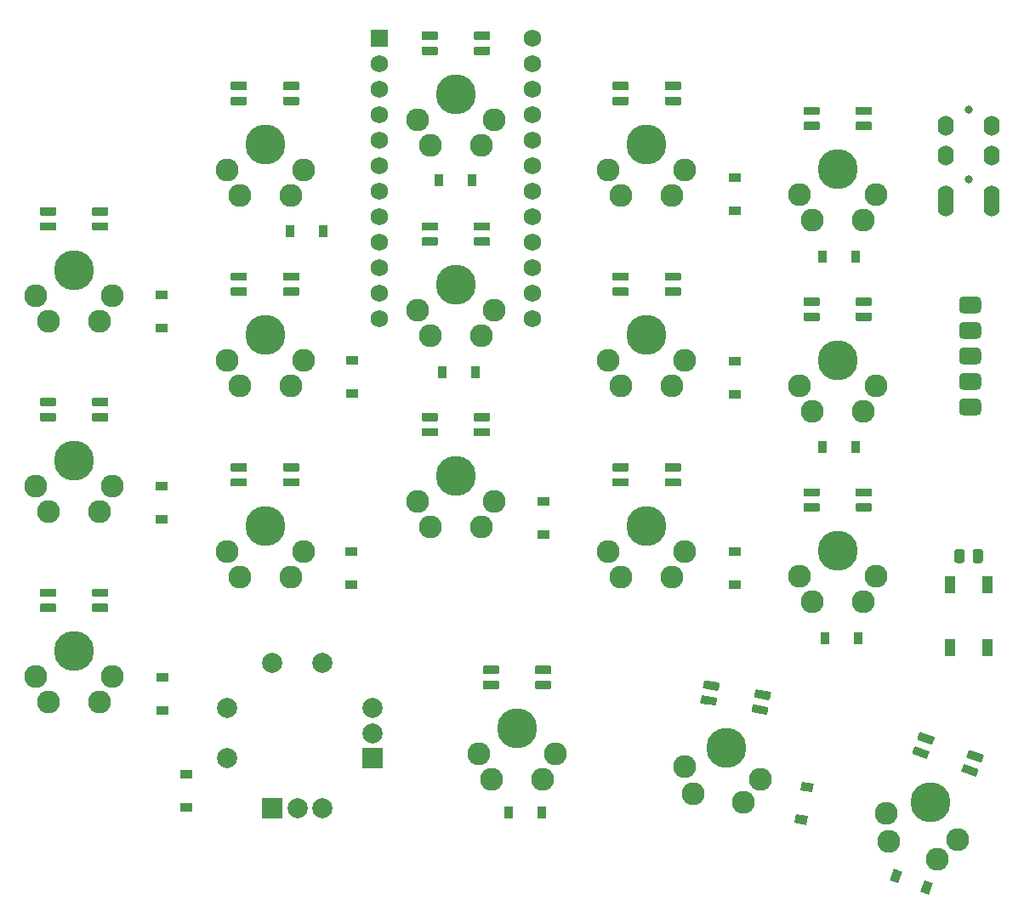
<source format=gbr>
%TF.GenerationSoftware,KiCad,Pcbnew,(5.1.10)-1*%
%TF.CreationDate,2021-11-02T14:07:56-07:00*%
%TF.ProjectId,babykeeb,62616279-6b65-4656-922e-6b696361645f,rev?*%
%TF.SameCoordinates,Original*%
%TF.FileFunction,Soldermask,Bot*%
%TF.FilePolarity,Negative*%
%FSLAX46Y46*%
G04 Gerber Fmt 4.6, Leading zero omitted, Abs format (unit mm)*
G04 Created by KiCad (PCBNEW (5.1.10)-1) date 2021-11-02 14:07:56*
%MOMM*%
%LPD*%
G01*
G04 APERTURE LIST*
%ADD10R,2.000000X2.000000*%
%ADD11C,2.000000*%
%ADD12R,1.100000X1.800000*%
%ADD13C,2.286000*%
%ADD14C,3.987800*%
%ADD15O,1.600000X2.000000*%
%ADD16C,0.800000*%
%ADD17R,0.900000X1.200000*%
%ADD18C,1.752600*%
%ADD19R,1.752600X1.752600*%
%ADD20R,1.200000X0.900000*%
%ADD21C,0.100000*%
G04 APERTURE END LIST*
D10*
%TO.C,SW7*%
X80741593Y-111693404D03*
D11*
X83241593Y-111693404D03*
X85741593Y-111693404D03*
X80741593Y-97193404D03*
X85741593Y-97193404D03*
%TD*%
D12*
%TO.C,SW8*%
X151893593Y-89434804D03*
X148193593Y-95634804D03*
X148193593Y-89434804D03*
X151893593Y-95634804D03*
%TD*%
%TO.C,R1*%
G36*
G01*
X150443593Y-86990405D02*
X150443593Y-86090403D01*
G75*
G02*
X150693592Y-85840404I249999J0D01*
G01*
X151218594Y-85840404D01*
G75*
G02*
X151468593Y-86090403I0J-249999D01*
G01*
X151468593Y-86990405D01*
G75*
G02*
X151218594Y-87240404I-249999J0D01*
G01*
X150693592Y-87240404D01*
G75*
G02*
X150443593Y-86990405I0J249999D01*
G01*
G37*
G36*
G01*
X148618593Y-86990405D02*
X148618593Y-86090403D01*
G75*
G02*
X148868592Y-85840404I249999J0D01*
G01*
X149393594Y-85840404D01*
G75*
G02*
X149643593Y-86090403I0J-249999D01*
G01*
X149643593Y-86990405D01*
G75*
G02*
X149393594Y-87240404I-249999J0D01*
G01*
X148868592Y-87240404D01*
G75*
G02*
X148618593Y-86990405I0J249999D01*
G01*
G37*
%TD*%
D10*
%TO.C,SW42*%
X90741593Y-106693404D03*
D11*
X90741593Y-104193404D03*
X90741593Y-101693404D03*
X76241593Y-106693404D03*
X76241593Y-101693404D03*
%TD*%
%TO.C,D48*%
G36*
G01*
X97115587Y-35106489D02*
X95679587Y-35106489D01*
G75*
G02*
X95597587Y-35024489I0J82000D01*
G01*
X95597587Y-34368489D01*
G75*
G02*
X95679587Y-34286489I82000J0D01*
G01*
X97115587Y-34286489D01*
G75*
G02*
X97197587Y-34368489I0J-82000D01*
G01*
X97197587Y-35024489D01*
G75*
G02*
X97115587Y-35106489I-82000J0D01*
G01*
G37*
G36*
G01*
X97115587Y-36606489D02*
X95679587Y-36606489D01*
G75*
G02*
X95597587Y-36524489I0J82000D01*
G01*
X95597587Y-35868489D01*
G75*
G02*
X95679587Y-35786489I82000J0D01*
G01*
X97115587Y-35786489D01*
G75*
G02*
X97197587Y-35868489I0J-82000D01*
G01*
X97197587Y-36524489D01*
G75*
G02*
X97115587Y-36606489I-82000J0D01*
G01*
G37*
G36*
G01*
X102315587Y-35106489D02*
X100879587Y-35106489D01*
G75*
G02*
X100797587Y-35024489I0J82000D01*
G01*
X100797587Y-34368489D01*
G75*
G02*
X100879587Y-34286489I82000J0D01*
G01*
X102315587Y-34286489D01*
G75*
G02*
X102397587Y-34368489I0J-82000D01*
G01*
X102397587Y-35024489D01*
G75*
G02*
X102315587Y-35106489I-82000J0D01*
G01*
G37*
G36*
G01*
X102315587Y-36606489D02*
X100879587Y-36606489D01*
G75*
G02*
X100797587Y-36524489I0J82000D01*
G01*
X100797587Y-35868489D01*
G75*
G02*
X100879587Y-35786489I82000J0D01*
G01*
X102315587Y-35786489D01*
G75*
G02*
X102397587Y-35868489I0J-82000D01*
G01*
X102397587Y-36524489D01*
G75*
G02*
X102315587Y-36606489I-82000J0D01*
G01*
G37*
%TD*%
D13*
%TO.C,SW35*%
X148959613Y-114765872D03*
D14*
X146248115Y-111075956D03*
D13*
X142123833Y-114980863D03*
X146897472Y-116718326D03*
X141799155Y-112159679D03*
%TD*%
%TO.C,SW34*%
X129274725Y-108803767D03*
D14*
X125963674Y-105640756D03*
D13*
X122580130Y-110202513D03*
X127582953Y-111084646D03*
X121770490Y-107480568D03*
%TD*%
%TO.C,SW25*%
X140807585Y-88566487D03*
D14*
X136997585Y-86026487D03*
D13*
X134457585Y-91106487D03*
X139537585Y-91106487D03*
X133187585Y-88566487D03*
%TD*%
%TO.C,SW24*%
X121807586Y-86066487D03*
D14*
X117997586Y-83526487D03*
D13*
X115457586Y-88606487D03*
X120537586Y-88606487D03*
X114187586Y-86066487D03*
%TD*%
%TO.C,SW23*%
X102807586Y-81066487D03*
D14*
X98997586Y-78526487D03*
D13*
X96457586Y-83606487D03*
X101537586Y-83606487D03*
X95187586Y-81066487D03*
%TD*%
%TO.C,SW22*%
X83807587Y-86066486D03*
D14*
X79997587Y-83526486D03*
D13*
X77457587Y-88606486D03*
X82537587Y-88606486D03*
X76187587Y-86066486D03*
%TD*%
%TO.C,SW21*%
X64807588Y-98566485D03*
D14*
X60997588Y-96026485D03*
D13*
X58457588Y-101106485D03*
X63537588Y-101106485D03*
X57187588Y-98566485D03*
%TD*%
%TO.C,SW15*%
X140807585Y-69566488D03*
D14*
X136997585Y-67026488D03*
D13*
X134457585Y-72106488D03*
X139537585Y-72106488D03*
X133187585Y-69566488D03*
%TD*%
%TO.C,SW14*%
X121807586Y-67066487D03*
D14*
X117997586Y-64526487D03*
D13*
X115457586Y-69606487D03*
X120537586Y-69606487D03*
X114187586Y-67066487D03*
%TD*%
%TO.C,SW13*%
X102807587Y-62066487D03*
D14*
X98997587Y-59526487D03*
D13*
X96457587Y-64606487D03*
X101537587Y-64606487D03*
X95187587Y-62066487D03*
%TD*%
%TO.C,SW12*%
X83807588Y-67066487D03*
D14*
X79997588Y-64526487D03*
D13*
X77457588Y-69606487D03*
X82537588Y-69606487D03*
X76187588Y-67066487D03*
%TD*%
%TO.C,SW11*%
X64807589Y-79566486D03*
D14*
X60997589Y-77026486D03*
D13*
X58457589Y-82106486D03*
X63537589Y-82106486D03*
X57187589Y-79566486D03*
%TD*%
%TO.C,SW6*%
X108888593Y-106254404D03*
D14*
X105078593Y-103714404D03*
D13*
X102538593Y-108794404D03*
X107618593Y-108794404D03*
X101268593Y-106254404D03*
%TD*%
%TO.C,SW5*%
X140807585Y-50566489D03*
D14*
X136997585Y-48026489D03*
D13*
X134457585Y-53106489D03*
X139537585Y-53106489D03*
X133187585Y-50566489D03*
%TD*%
%TO.C,SW4*%
X121807586Y-48066488D03*
D14*
X117997586Y-45526488D03*
D13*
X115457586Y-50606488D03*
X120537586Y-50606488D03*
X114187586Y-48066488D03*
%TD*%
%TO.C,SW3*%
X102807587Y-43066488D03*
D14*
X98997587Y-40526488D03*
D13*
X96457587Y-45606488D03*
X101537587Y-45606488D03*
X95187587Y-43066488D03*
%TD*%
%TO.C,SW2*%
X83807588Y-48066488D03*
D14*
X79997588Y-45526488D03*
D13*
X77457588Y-50606488D03*
X82537588Y-50606488D03*
X76187588Y-48066488D03*
%TD*%
%TO.C,SW1*%
X64807589Y-60566487D03*
D14*
X60997589Y-58026487D03*
D13*
X58457589Y-63106487D03*
X63537589Y-63106487D03*
X57187589Y-60566487D03*
%TD*%
%TO.C,J1*%
G36*
G01*
X151289593Y-61096404D02*
X151289593Y-61946404D01*
G75*
G02*
X150864593Y-62371404I-425000J0D01*
G01*
X149514593Y-62371404D01*
G75*
G02*
X149089593Y-61946404I0J425000D01*
G01*
X149089593Y-61096404D01*
G75*
G02*
X149514593Y-60671404I425000J0D01*
G01*
X150864593Y-60671404D01*
G75*
G02*
X151289593Y-61096404I0J-425000D01*
G01*
G37*
G36*
G01*
X150864593Y-64911404D02*
X149514593Y-64911404D01*
G75*
G02*
X149089593Y-64486404I0J425000D01*
G01*
X149089593Y-63636404D01*
G75*
G02*
X149514593Y-63211404I425000J0D01*
G01*
X150864593Y-63211404D01*
G75*
G02*
X151289593Y-63636404I0J-425000D01*
G01*
X151289593Y-64486404D01*
G75*
G02*
X150864593Y-64911404I-425000J0D01*
G01*
G37*
G36*
G01*
X150864593Y-67451404D02*
X149514593Y-67451404D01*
G75*
G02*
X149089593Y-67026404I0J425000D01*
G01*
X149089593Y-66176404D01*
G75*
G02*
X149514593Y-65751404I425000J0D01*
G01*
X150864593Y-65751404D01*
G75*
G02*
X151289593Y-66176404I0J-425000D01*
G01*
X151289593Y-67026404D01*
G75*
G02*
X150864593Y-67451404I-425000J0D01*
G01*
G37*
G36*
G01*
X150864593Y-69991404D02*
X149514593Y-69991404D01*
G75*
G02*
X149089593Y-69566404I0J425000D01*
G01*
X149089593Y-68716404D01*
G75*
G02*
X149514593Y-68291404I425000J0D01*
G01*
X150864593Y-68291404D01*
G75*
G02*
X151289593Y-68716404I0J-425000D01*
G01*
X151289593Y-69566404D01*
G75*
G02*
X150864593Y-69991404I-425000J0D01*
G01*
G37*
G36*
G01*
X150864593Y-72531404D02*
X149514593Y-72531404D01*
G75*
G02*
X149089593Y-72106404I0J425000D01*
G01*
X149089593Y-71256404D01*
G75*
G02*
X149514593Y-70831404I425000J0D01*
G01*
X150864593Y-70831404D01*
G75*
G02*
X151289593Y-71256404I0J-425000D01*
G01*
X151289593Y-72106404D01*
G75*
G02*
X150864593Y-72531404I-425000J0D01*
G01*
G37*
%TD*%
D15*
%TO.C,U4*%
X147743593Y-46639404D03*
D16*
X150043593Y-42039404D03*
X150043593Y-49039404D03*
D15*
X147743593Y-43639404D03*
X147743593Y-50639404D03*
X152343593Y-51739404D03*
%TD*%
%TO.C,U3*%
X152343593Y-46639404D03*
D16*
X150043593Y-42039404D03*
X150043593Y-49039404D03*
D15*
X152343593Y-43639404D03*
X152343593Y-50639404D03*
X147743593Y-51739404D03*
%TD*%
%TO.C,D51*%
G36*
G01*
X116115586Y-78106488D02*
X114679586Y-78106488D01*
G75*
G02*
X114597586Y-78024488I0J82000D01*
G01*
X114597586Y-77368488D01*
G75*
G02*
X114679586Y-77286488I82000J0D01*
G01*
X116115586Y-77286488D01*
G75*
G02*
X116197586Y-77368488I0J-82000D01*
G01*
X116197586Y-78024488D01*
G75*
G02*
X116115586Y-78106488I-82000J0D01*
G01*
G37*
G36*
G01*
X116115586Y-79606488D02*
X114679586Y-79606488D01*
G75*
G02*
X114597586Y-79524488I0J82000D01*
G01*
X114597586Y-78868488D01*
G75*
G02*
X114679586Y-78786488I82000J0D01*
G01*
X116115586Y-78786488D01*
G75*
G02*
X116197586Y-78868488I0J-82000D01*
G01*
X116197586Y-79524488D01*
G75*
G02*
X116115586Y-79606488I-82000J0D01*
G01*
G37*
G36*
G01*
X121315586Y-78106488D02*
X119879586Y-78106488D01*
G75*
G02*
X119797586Y-78024488I0J82000D01*
G01*
X119797586Y-77368488D01*
G75*
G02*
X119879586Y-77286488I82000J0D01*
G01*
X121315586Y-77286488D01*
G75*
G02*
X121397586Y-77368488I0J-82000D01*
G01*
X121397586Y-78024488D01*
G75*
G02*
X121315586Y-78106488I-82000J0D01*
G01*
G37*
G36*
G01*
X121315586Y-79606488D02*
X119879586Y-79606488D01*
G75*
G02*
X119797586Y-79524488I0J82000D01*
G01*
X119797586Y-78868488D01*
G75*
G02*
X119879586Y-78786488I82000J0D01*
G01*
X121315586Y-78786488D01*
G75*
G02*
X121397586Y-78868488I0J-82000D01*
G01*
X121397586Y-79524488D01*
G75*
G02*
X121315586Y-79606488I-82000J0D01*
G01*
G37*
%TD*%
D17*
%TO.C,D6*%
X107522993Y-112118204D03*
X104222993Y-112118204D03*
%TD*%
D18*
%TO.C,U1*%
X106609593Y-34978404D03*
X91369593Y-62918404D03*
X106609593Y-37518404D03*
X106609593Y-40058404D03*
X106609593Y-42598404D03*
X106609593Y-45138404D03*
X106609593Y-47678404D03*
X106609593Y-50218404D03*
X106609593Y-52758404D03*
X106609593Y-55298404D03*
X106609593Y-57838404D03*
X106609593Y-60378404D03*
X106609593Y-62918404D03*
X91369593Y-60378404D03*
X91369593Y-57838404D03*
X91369593Y-55298404D03*
X91369593Y-52758404D03*
X91369593Y-50218404D03*
X91369593Y-47678404D03*
X91369593Y-45138404D03*
X91369593Y-42598404D03*
X91369593Y-40058404D03*
X91369593Y-37518404D03*
D19*
X91369593Y-34978404D03*
%TD*%
%TO.C,D59*%
G36*
G01*
X125051439Y-99976293D02*
X123637255Y-99726935D01*
G75*
G02*
X123570740Y-99631942I14239J80754D01*
G01*
X123684654Y-98985908D01*
G75*
G02*
X123779647Y-98919393I80754J-14239D01*
G01*
X125193831Y-99168751D01*
G75*
G02*
X125260346Y-99263744I-14239J-80754D01*
G01*
X125146432Y-99909778D01*
G75*
G02*
X125051439Y-99976293I-80754J14239D01*
G01*
G37*
G36*
G01*
X124790966Y-101453504D02*
X123376782Y-101204146D01*
G75*
G02*
X123310267Y-101109153I14239J80754D01*
G01*
X123424181Y-100463119D01*
G75*
G02*
X123519174Y-100396604I80754J-14239D01*
G01*
X124933358Y-100645962D01*
G75*
G02*
X124999873Y-100740955I-14239J-80754D01*
G01*
X124885959Y-101386989D01*
G75*
G02*
X124790966Y-101453504I-80754J14239D01*
G01*
G37*
G36*
G01*
X130172439Y-100879263D02*
X128758255Y-100629905D01*
G75*
G02*
X128691740Y-100534912I14239J80754D01*
G01*
X128805654Y-99888878D01*
G75*
G02*
X128900647Y-99822363I80754J-14239D01*
G01*
X130314831Y-100071721D01*
G75*
G02*
X130381346Y-100166714I-14239J-80754D01*
G01*
X130267432Y-100812748D01*
G75*
G02*
X130172439Y-100879263I-80754J14239D01*
G01*
G37*
G36*
G01*
X129911967Y-102356475D02*
X128497783Y-102107117D01*
G75*
G02*
X128431268Y-102012124I14239J80754D01*
G01*
X128545182Y-101366090D01*
G75*
G02*
X128640175Y-101299575I80754J-14239D01*
G01*
X130054359Y-101548933D01*
G75*
G02*
X130120874Y-101643926I-14239J-80754D01*
G01*
X130006960Y-102289960D01*
G75*
G02*
X129911967Y-102356475I-80754J14239D01*
G01*
G37*
%TD*%
%TO.C,D57*%
G36*
G01*
X103196593Y-98294405D02*
X101760593Y-98294405D01*
G75*
G02*
X101678593Y-98212405I0J82000D01*
G01*
X101678593Y-97556405D01*
G75*
G02*
X101760593Y-97474405I82000J0D01*
G01*
X103196593Y-97474405D01*
G75*
G02*
X103278593Y-97556405I0J-82000D01*
G01*
X103278593Y-98212405D01*
G75*
G02*
X103196593Y-98294405I-82000J0D01*
G01*
G37*
G36*
G01*
X103196593Y-99794405D02*
X101760593Y-99794405D01*
G75*
G02*
X101678593Y-99712405I0J82000D01*
G01*
X101678593Y-99056405D01*
G75*
G02*
X101760593Y-98974405I82000J0D01*
G01*
X103196593Y-98974405D01*
G75*
G02*
X103278593Y-99056405I0J-82000D01*
G01*
X103278593Y-99712405D01*
G75*
G02*
X103196593Y-99794405I-82000J0D01*
G01*
G37*
G36*
G01*
X108396593Y-98294405D02*
X106960593Y-98294405D01*
G75*
G02*
X106878593Y-98212405I0J82000D01*
G01*
X106878593Y-97556405D01*
G75*
G02*
X106960593Y-97474405I82000J0D01*
G01*
X108396593Y-97474405D01*
G75*
G02*
X108478593Y-97556405I0J-82000D01*
G01*
X108478593Y-98212405D01*
G75*
G02*
X108396593Y-98294405I-82000J0D01*
G01*
G37*
G36*
G01*
X108396593Y-99794405D02*
X106960593Y-99794405D01*
G75*
G02*
X106878593Y-99712405I0J82000D01*
G01*
X106878593Y-99056405D01*
G75*
G02*
X106960593Y-98974405I82000J0D01*
G01*
X108396593Y-98974405D01*
G75*
G02*
X108478593Y-99056405I0J-82000D01*
G01*
X108478593Y-99712405D01*
G75*
G02*
X108396593Y-99794405I-82000J0D01*
G01*
G37*
%TD*%
%TO.C,D60*%
G36*
G01*
X146333362Y-105339142D02*
X144983963Y-104848001D01*
G75*
G02*
X144934954Y-104742900I28046J77055D01*
G01*
X145159319Y-104126461D01*
G75*
G02*
X145264420Y-104077452I77055J-28046D01*
G01*
X146613819Y-104568593D01*
G75*
G02*
X146662828Y-104673694I-28046J-77055D01*
G01*
X146438463Y-105290133D01*
G75*
G02*
X146333362Y-105339142I-77055J28046D01*
G01*
G37*
G36*
G01*
X145820332Y-106748681D02*
X144470933Y-106257540D01*
G75*
G02*
X144421924Y-106152439I28046J77055D01*
G01*
X144646289Y-105536000D01*
G75*
G02*
X144751390Y-105486991I77055J-28046D01*
G01*
X146100789Y-105978132D01*
G75*
G02*
X146149798Y-106083233I-28046J-77055D01*
G01*
X145925433Y-106699672D01*
G75*
G02*
X145820332Y-106748681I-77055J28046D01*
G01*
G37*
G36*
G01*
X151219764Y-107117646D02*
X149870365Y-106626505D01*
G75*
G02*
X149821356Y-106521404I28046J77055D01*
G01*
X150045721Y-105904965D01*
G75*
G02*
X150150822Y-105855956I77055J-28046D01*
G01*
X151500221Y-106347097D01*
G75*
G02*
X151549230Y-106452198I-28046J-77055D01*
G01*
X151324865Y-107068637D01*
G75*
G02*
X151219764Y-107117646I-77055J28046D01*
G01*
G37*
G36*
G01*
X150706734Y-108527185D02*
X149357335Y-108036044D01*
G75*
G02*
X149308326Y-107930943I28046J77055D01*
G01*
X149532691Y-107314504D01*
G75*
G02*
X149637792Y-107265495I77055J-28046D01*
G01*
X150987191Y-107756636D01*
G75*
G02*
X151036200Y-107861737I-28046J-77055D01*
G01*
X150811835Y-108478176D01*
G75*
G02*
X150706734Y-108527185I-77055J28046D01*
G01*
G37*
%TD*%
%TO.C,D56*%
G36*
G01*
X135115585Y-80606488D02*
X133679585Y-80606488D01*
G75*
G02*
X133597585Y-80524488I0J82000D01*
G01*
X133597585Y-79868488D01*
G75*
G02*
X133679585Y-79786488I82000J0D01*
G01*
X135115585Y-79786488D01*
G75*
G02*
X135197585Y-79868488I0J-82000D01*
G01*
X135197585Y-80524488D01*
G75*
G02*
X135115585Y-80606488I-82000J0D01*
G01*
G37*
G36*
G01*
X135115585Y-82106488D02*
X133679585Y-82106488D01*
G75*
G02*
X133597585Y-82024488I0J82000D01*
G01*
X133597585Y-81368488D01*
G75*
G02*
X133679585Y-81286488I82000J0D01*
G01*
X135115585Y-81286488D01*
G75*
G02*
X135197585Y-81368488I0J-82000D01*
G01*
X135197585Y-82024488D01*
G75*
G02*
X135115585Y-82106488I-82000J0D01*
G01*
G37*
G36*
G01*
X140315585Y-80606488D02*
X138879585Y-80606488D01*
G75*
G02*
X138797585Y-80524488I0J82000D01*
G01*
X138797585Y-79868488D01*
G75*
G02*
X138879585Y-79786488I82000J0D01*
G01*
X140315585Y-79786488D01*
G75*
G02*
X140397585Y-79868488I0J-82000D01*
G01*
X140397585Y-80524488D01*
G75*
G02*
X140315585Y-80606488I-82000J0D01*
G01*
G37*
G36*
G01*
X140315585Y-82106488D02*
X138879585Y-82106488D01*
G75*
G02*
X138797585Y-82024488I0J82000D01*
G01*
X138797585Y-81368488D01*
G75*
G02*
X138879585Y-81286488I82000J0D01*
G01*
X140315585Y-81286488D01*
G75*
G02*
X140397585Y-81368488I0J-82000D01*
G01*
X140397585Y-82024488D01*
G75*
G02*
X140315585Y-82106488I-82000J0D01*
G01*
G37*
%TD*%
D20*
%TO.C,D81*%
X72192593Y-108258404D03*
X72192593Y-111558404D03*
%TD*%
%TO.C,D45*%
G36*
G01*
X78115587Y-78106487D02*
X76679587Y-78106487D01*
G75*
G02*
X76597587Y-78024487I0J82000D01*
G01*
X76597587Y-77368487D01*
G75*
G02*
X76679587Y-77286487I82000J0D01*
G01*
X78115587Y-77286487D01*
G75*
G02*
X78197587Y-77368487I0J-82000D01*
G01*
X78197587Y-78024487D01*
G75*
G02*
X78115587Y-78106487I-82000J0D01*
G01*
G37*
G36*
G01*
X78115587Y-79606487D02*
X76679587Y-79606487D01*
G75*
G02*
X76597587Y-79524487I0J82000D01*
G01*
X76597587Y-78868487D01*
G75*
G02*
X76679587Y-78786487I82000J0D01*
G01*
X78115587Y-78786487D01*
G75*
G02*
X78197587Y-78868487I0J-82000D01*
G01*
X78197587Y-79524487D01*
G75*
G02*
X78115587Y-79606487I-82000J0D01*
G01*
G37*
G36*
G01*
X83315587Y-78106487D02*
X81879587Y-78106487D01*
G75*
G02*
X81797587Y-78024487I0J82000D01*
G01*
X81797587Y-77368487D01*
G75*
G02*
X81879587Y-77286487I82000J0D01*
G01*
X83315587Y-77286487D01*
G75*
G02*
X83397587Y-77368487I0J-82000D01*
G01*
X83397587Y-78024487D01*
G75*
G02*
X83315587Y-78106487I-82000J0D01*
G01*
G37*
G36*
G01*
X83315587Y-79606487D02*
X81879587Y-79606487D01*
G75*
G02*
X81797587Y-79524487I0J82000D01*
G01*
X81797587Y-78868487D01*
G75*
G02*
X81879587Y-78786487I82000J0D01*
G01*
X83315587Y-78786487D01*
G75*
G02*
X83397587Y-78868487I0J-82000D01*
G01*
X83397587Y-79524487D01*
G75*
G02*
X83315587Y-79606487I-82000J0D01*
G01*
G37*
%TD*%
%TO.C,D53*%
G36*
G01*
X116115586Y-40106489D02*
X114679586Y-40106489D01*
G75*
G02*
X114597586Y-40024489I0J82000D01*
G01*
X114597586Y-39368489D01*
G75*
G02*
X114679586Y-39286489I82000J0D01*
G01*
X116115586Y-39286489D01*
G75*
G02*
X116197586Y-39368489I0J-82000D01*
G01*
X116197586Y-40024489D01*
G75*
G02*
X116115586Y-40106489I-82000J0D01*
G01*
G37*
G36*
G01*
X116115586Y-41606489D02*
X114679586Y-41606489D01*
G75*
G02*
X114597586Y-41524489I0J82000D01*
G01*
X114597586Y-40868489D01*
G75*
G02*
X114679586Y-40786489I82000J0D01*
G01*
X116115586Y-40786489D01*
G75*
G02*
X116197586Y-40868489I0J-82000D01*
G01*
X116197586Y-41524489D01*
G75*
G02*
X116115586Y-41606489I-82000J0D01*
G01*
G37*
G36*
G01*
X121315586Y-40106489D02*
X119879586Y-40106489D01*
G75*
G02*
X119797586Y-40024489I0J82000D01*
G01*
X119797586Y-39368489D01*
G75*
G02*
X119879586Y-39286489I82000J0D01*
G01*
X121315586Y-39286489D01*
G75*
G02*
X121397586Y-39368489I0J-82000D01*
G01*
X121397586Y-40024489D01*
G75*
G02*
X121315586Y-40106489I-82000J0D01*
G01*
G37*
G36*
G01*
X121315586Y-41606489D02*
X119879586Y-41606489D01*
G75*
G02*
X119797586Y-41524489I0J82000D01*
G01*
X119797586Y-40868489D01*
G75*
G02*
X119879586Y-40786489I82000J0D01*
G01*
X121315586Y-40786489D01*
G75*
G02*
X121397586Y-40868489I0J-82000D01*
G01*
X121397586Y-41524489D01*
G75*
G02*
X121315586Y-41606489I-82000J0D01*
G01*
G37*
%TD*%
%TO.C,D52*%
G36*
G01*
X116115586Y-59106488D02*
X114679586Y-59106488D01*
G75*
G02*
X114597586Y-59024488I0J82000D01*
G01*
X114597586Y-58368488D01*
G75*
G02*
X114679586Y-58286488I82000J0D01*
G01*
X116115586Y-58286488D01*
G75*
G02*
X116197586Y-58368488I0J-82000D01*
G01*
X116197586Y-59024488D01*
G75*
G02*
X116115586Y-59106488I-82000J0D01*
G01*
G37*
G36*
G01*
X116115586Y-60606488D02*
X114679586Y-60606488D01*
G75*
G02*
X114597586Y-60524488I0J82000D01*
G01*
X114597586Y-59868488D01*
G75*
G02*
X114679586Y-59786488I82000J0D01*
G01*
X116115586Y-59786488D01*
G75*
G02*
X116197586Y-59868488I0J-82000D01*
G01*
X116197586Y-60524488D01*
G75*
G02*
X116115586Y-60606488I-82000J0D01*
G01*
G37*
G36*
G01*
X121315586Y-59106488D02*
X119879586Y-59106488D01*
G75*
G02*
X119797586Y-59024488I0J82000D01*
G01*
X119797586Y-58368488D01*
G75*
G02*
X119879586Y-58286488I82000J0D01*
G01*
X121315586Y-58286488D01*
G75*
G02*
X121397586Y-58368488I0J-82000D01*
G01*
X121397586Y-59024488D01*
G75*
G02*
X121315586Y-59106488I-82000J0D01*
G01*
G37*
G36*
G01*
X121315586Y-60606488D02*
X119879586Y-60606488D01*
G75*
G02*
X119797586Y-60524488I0J82000D01*
G01*
X119797586Y-59868488D01*
G75*
G02*
X119879586Y-59786488I82000J0D01*
G01*
X121315586Y-59786488D01*
G75*
G02*
X121397586Y-59868488I0J-82000D01*
G01*
X121397586Y-60524488D01*
G75*
G02*
X121315586Y-60606488I-82000J0D01*
G01*
G37*
%TD*%
%TO.C,D54*%
G36*
G01*
X135115585Y-42606490D02*
X133679585Y-42606490D01*
G75*
G02*
X133597585Y-42524490I0J82000D01*
G01*
X133597585Y-41868490D01*
G75*
G02*
X133679585Y-41786490I82000J0D01*
G01*
X135115585Y-41786490D01*
G75*
G02*
X135197585Y-41868490I0J-82000D01*
G01*
X135197585Y-42524490D01*
G75*
G02*
X135115585Y-42606490I-82000J0D01*
G01*
G37*
G36*
G01*
X135115585Y-44106490D02*
X133679585Y-44106490D01*
G75*
G02*
X133597585Y-44024490I0J82000D01*
G01*
X133597585Y-43368490D01*
G75*
G02*
X133679585Y-43286490I82000J0D01*
G01*
X135115585Y-43286490D01*
G75*
G02*
X135197585Y-43368490I0J-82000D01*
G01*
X135197585Y-44024490D01*
G75*
G02*
X135115585Y-44106490I-82000J0D01*
G01*
G37*
G36*
G01*
X140315585Y-42606490D02*
X138879585Y-42606490D01*
G75*
G02*
X138797585Y-42524490I0J82000D01*
G01*
X138797585Y-41868490D01*
G75*
G02*
X138879585Y-41786490I82000J0D01*
G01*
X140315585Y-41786490D01*
G75*
G02*
X140397585Y-41868490I0J-82000D01*
G01*
X140397585Y-42524490D01*
G75*
G02*
X140315585Y-42606490I-82000J0D01*
G01*
G37*
G36*
G01*
X140315585Y-44106490D02*
X138879585Y-44106490D01*
G75*
G02*
X138797585Y-44024490I0J82000D01*
G01*
X138797585Y-43368490D01*
G75*
G02*
X138879585Y-43286490I82000J0D01*
G01*
X140315585Y-43286490D01*
G75*
G02*
X140397585Y-43368490I0J-82000D01*
G01*
X140397585Y-44024490D01*
G75*
G02*
X140315585Y-44106490I-82000J0D01*
G01*
G37*
%TD*%
%TO.C,D50*%
G36*
G01*
X97115586Y-73106488D02*
X95679586Y-73106488D01*
G75*
G02*
X95597586Y-73024488I0J82000D01*
G01*
X95597586Y-72368488D01*
G75*
G02*
X95679586Y-72286488I82000J0D01*
G01*
X97115586Y-72286488D01*
G75*
G02*
X97197586Y-72368488I0J-82000D01*
G01*
X97197586Y-73024488D01*
G75*
G02*
X97115586Y-73106488I-82000J0D01*
G01*
G37*
G36*
G01*
X97115586Y-74606488D02*
X95679586Y-74606488D01*
G75*
G02*
X95597586Y-74524488I0J82000D01*
G01*
X95597586Y-73868488D01*
G75*
G02*
X95679586Y-73786488I82000J0D01*
G01*
X97115586Y-73786488D01*
G75*
G02*
X97197586Y-73868488I0J-82000D01*
G01*
X97197586Y-74524488D01*
G75*
G02*
X97115586Y-74606488I-82000J0D01*
G01*
G37*
G36*
G01*
X102315586Y-73106488D02*
X100879586Y-73106488D01*
G75*
G02*
X100797586Y-73024488I0J82000D01*
G01*
X100797586Y-72368488D01*
G75*
G02*
X100879586Y-72286488I82000J0D01*
G01*
X102315586Y-72286488D01*
G75*
G02*
X102397586Y-72368488I0J-82000D01*
G01*
X102397586Y-73024488D01*
G75*
G02*
X102315586Y-73106488I-82000J0D01*
G01*
G37*
G36*
G01*
X102315586Y-74606488D02*
X100879586Y-74606488D01*
G75*
G02*
X100797586Y-74524488I0J82000D01*
G01*
X100797586Y-73868488D01*
G75*
G02*
X100879586Y-73786488I82000J0D01*
G01*
X102315586Y-73786488D01*
G75*
G02*
X102397586Y-73868488I0J-82000D01*
G01*
X102397586Y-74524488D01*
G75*
G02*
X102315586Y-74606488I-82000J0D01*
G01*
G37*
%TD*%
%TO.C,D43*%
G36*
G01*
X59115588Y-90606486D02*
X57679588Y-90606486D01*
G75*
G02*
X57597588Y-90524486I0J82000D01*
G01*
X57597588Y-89868486D01*
G75*
G02*
X57679588Y-89786486I82000J0D01*
G01*
X59115588Y-89786486D01*
G75*
G02*
X59197588Y-89868486I0J-82000D01*
G01*
X59197588Y-90524486D01*
G75*
G02*
X59115588Y-90606486I-82000J0D01*
G01*
G37*
G36*
G01*
X59115588Y-92106486D02*
X57679588Y-92106486D01*
G75*
G02*
X57597588Y-92024486I0J82000D01*
G01*
X57597588Y-91368486D01*
G75*
G02*
X57679588Y-91286486I82000J0D01*
G01*
X59115588Y-91286486D01*
G75*
G02*
X59197588Y-91368486I0J-82000D01*
G01*
X59197588Y-92024486D01*
G75*
G02*
X59115588Y-92106486I-82000J0D01*
G01*
G37*
G36*
G01*
X64315588Y-90606486D02*
X62879588Y-90606486D01*
G75*
G02*
X62797588Y-90524486I0J82000D01*
G01*
X62797588Y-89868486D01*
G75*
G02*
X62879588Y-89786486I82000J0D01*
G01*
X64315588Y-89786486D01*
G75*
G02*
X64397588Y-89868486I0J-82000D01*
G01*
X64397588Y-90524486D01*
G75*
G02*
X64315588Y-90606486I-82000J0D01*
G01*
G37*
G36*
G01*
X64315588Y-92106486D02*
X62879588Y-92106486D01*
G75*
G02*
X62797588Y-92024486I0J82000D01*
G01*
X62797588Y-91368486D01*
G75*
G02*
X62879588Y-91286486I82000J0D01*
G01*
X64315588Y-91286486D01*
G75*
G02*
X64397588Y-91368486I0J-82000D01*
G01*
X64397588Y-92024486D01*
G75*
G02*
X64315588Y-92106486I-82000J0D01*
G01*
G37*
%TD*%
%TO.C,D49*%
G36*
G01*
X97115587Y-54106488D02*
X95679587Y-54106488D01*
G75*
G02*
X95597587Y-54024488I0J82000D01*
G01*
X95597587Y-53368488D01*
G75*
G02*
X95679587Y-53286488I82000J0D01*
G01*
X97115587Y-53286488D01*
G75*
G02*
X97197587Y-53368488I0J-82000D01*
G01*
X97197587Y-54024488D01*
G75*
G02*
X97115587Y-54106488I-82000J0D01*
G01*
G37*
G36*
G01*
X97115587Y-55606488D02*
X95679587Y-55606488D01*
G75*
G02*
X95597587Y-55524488I0J82000D01*
G01*
X95597587Y-54868488D01*
G75*
G02*
X95679587Y-54786488I82000J0D01*
G01*
X97115587Y-54786488D01*
G75*
G02*
X97197587Y-54868488I0J-82000D01*
G01*
X97197587Y-55524488D01*
G75*
G02*
X97115587Y-55606488I-82000J0D01*
G01*
G37*
G36*
G01*
X102315587Y-54106488D02*
X100879587Y-54106488D01*
G75*
G02*
X100797587Y-54024488I0J82000D01*
G01*
X100797587Y-53368488D01*
G75*
G02*
X100879587Y-53286488I82000J0D01*
G01*
X102315587Y-53286488D01*
G75*
G02*
X102397587Y-53368488I0J-82000D01*
G01*
X102397587Y-54024488D01*
G75*
G02*
X102315587Y-54106488I-82000J0D01*
G01*
G37*
G36*
G01*
X102315587Y-55606488D02*
X100879587Y-55606488D01*
G75*
G02*
X100797587Y-55524488I0J82000D01*
G01*
X100797587Y-54868488D01*
G75*
G02*
X100879587Y-54786488I82000J0D01*
G01*
X102315587Y-54786488D01*
G75*
G02*
X102397587Y-54868488I0J-82000D01*
G01*
X102397587Y-55524488D01*
G75*
G02*
X102315587Y-55606488I-82000J0D01*
G01*
G37*
%TD*%
%TO.C,D46*%
G36*
G01*
X78115588Y-59106488D02*
X76679588Y-59106488D01*
G75*
G02*
X76597588Y-59024488I0J82000D01*
G01*
X76597588Y-58368488D01*
G75*
G02*
X76679588Y-58286488I82000J0D01*
G01*
X78115588Y-58286488D01*
G75*
G02*
X78197588Y-58368488I0J-82000D01*
G01*
X78197588Y-59024488D01*
G75*
G02*
X78115588Y-59106488I-82000J0D01*
G01*
G37*
G36*
G01*
X78115588Y-60606488D02*
X76679588Y-60606488D01*
G75*
G02*
X76597588Y-60524488I0J82000D01*
G01*
X76597588Y-59868488D01*
G75*
G02*
X76679588Y-59786488I82000J0D01*
G01*
X78115588Y-59786488D01*
G75*
G02*
X78197588Y-59868488I0J-82000D01*
G01*
X78197588Y-60524488D01*
G75*
G02*
X78115588Y-60606488I-82000J0D01*
G01*
G37*
G36*
G01*
X83315588Y-59106488D02*
X81879588Y-59106488D01*
G75*
G02*
X81797588Y-59024488I0J82000D01*
G01*
X81797588Y-58368488D01*
G75*
G02*
X81879588Y-58286488I82000J0D01*
G01*
X83315588Y-58286488D01*
G75*
G02*
X83397588Y-58368488I0J-82000D01*
G01*
X83397588Y-59024488D01*
G75*
G02*
X83315588Y-59106488I-82000J0D01*
G01*
G37*
G36*
G01*
X83315588Y-60606488D02*
X81879588Y-60606488D01*
G75*
G02*
X81797588Y-60524488I0J82000D01*
G01*
X81797588Y-59868488D01*
G75*
G02*
X81879588Y-59786488I82000J0D01*
G01*
X83315588Y-59786488D01*
G75*
G02*
X83397588Y-59868488I0J-82000D01*
G01*
X83397588Y-60524488D01*
G75*
G02*
X83315588Y-60606488I-82000J0D01*
G01*
G37*
%TD*%
%TO.C,D42*%
G36*
G01*
X59115589Y-71606487D02*
X57679589Y-71606487D01*
G75*
G02*
X57597589Y-71524487I0J82000D01*
G01*
X57597589Y-70868487D01*
G75*
G02*
X57679589Y-70786487I82000J0D01*
G01*
X59115589Y-70786487D01*
G75*
G02*
X59197589Y-70868487I0J-82000D01*
G01*
X59197589Y-71524487D01*
G75*
G02*
X59115589Y-71606487I-82000J0D01*
G01*
G37*
G36*
G01*
X59115589Y-73106487D02*
X57679589Y-73106487D01*
G75*
G02*
X57597589Y-73024487I0J82000D01*
G01*
X57597589Y-72368487D01*
G75*
G02*
X57679589Y-72286487I82000J0D01*
G01*
X59115589Y-72286487D01*
G75*
G02*
X59197589Y-72368487I0J-82000D01*
G01*
X59197589Y-73024487D01*
G75*
G02*
X59115589Y-73106487I-82000J0D01*
G01*
G37*
G36*
G01*
X64315589Y-71606487D02*
X62879589Y-71606487D01*
G75*
G02*
X62797589Y-71524487I0J82000D01*
G01*
X62797589Y-70868487D01*
G75*
G02*
X62879589Y-70786487I82000J0D01*
G01*
X64315589Y-70786487D01*
G75*
G02*
X64397589Y-70868487I0J-82000D01*
G01*
X64397589Y-71524487D01*
G75*
G02*
X64315589Y-71606487I-82000J0D01*
G01*
G37*
G36*
G01*
X64315589Y-73106487D02*
X62879589Y-73106487D01*
G75*
G02*
X62797589Y-73024487I0J82000D01*
G01*
X62797589Y-72368487D01*
G75*
G02*
X62879589Y-72286487I82000J0D01*
G01*
X64315589Y-72286487D01*
G75*
G02*
X64397589Y-72368487I0J-82000D01*
G01*
X64397589Y-73024487D01*
G75*
G02*
X64315589Y-73106487I-82000J0D01*
G01*
G37*
%TD*%
%TO.C,D55*%
G36*
G01*
X135115585Y-61606489D02*
X133679585Y-61606489D01*
G75*
G02*
X133597585Y-61524489I0J82000D01*
G01*
X133597585Y-60868489D01*
G75*
G02*
X133679585Y-60786489I82000J0D01*
G01*
X135115585Y-60786489D01*
G75*
G02*
X135197585Y-60868489I0J-82000D01*
G01*
X135197585Y-61524489D01*
G75*
G02*
X135115585Y-61606489I-82000J0D01*
G01*
G37*
G36*
G01*
X135115585Y-63106489D02*
X133679585Y-63106489D01*
G75*
G02*
X133597585Y-63024489I0J82000D01*
G01*
X133597585Y-62368489D01*
G75*
G02*
X133679585Y-62286489I82000J0D01*
G01*
X135115585Y-62286489D01*
G75*
G02*
X135197585Y-62368489I0J-82000D01*
G01*
X135197585Y-63024489D01*
G75*
G02*
X135115585Y-63106489I-82000J0D01*
G01*
G37*
G36*
G01*
X140315585Y-61606489D02*
X138879585Y-61606489D01*
G75*
G02*
X138797585Y-61524489I0J82000D01*
G01*
X138797585Y-60868489D01*
G75*
G02*
X138879585Y-60786489I82000J0D01*
G01*
X140315585Y-60786489D01*
G75*
G02*
X140397585Y-60868489I0J-82000D01*
G01*
X140397585Y-61524489D01*
G75*
G02*
X140315585Y-61606489I-82000J0D01*
G01*
G37*
G36*
G01*
X140315585Y-63106489D02*
X138879585Y-63106489D01*
G75*
G02*
X138797585Y-63024489I0J82000D01*
G01*
X138797585Y-62368489D01*
G75*
G02*
X138879585Y-62286489I82000J0D01*
G01*
X140315585Y-62286489D01*
G75*
G02*
X140397585Y-62368489I0J-82000D01*
G01*
X140397585Y-63024489D01*
G75*
G02*
X140315585Y-63106489I-82000J0D01*
G01*
G37*
%TD*%
%TO.C,D47*%
G36*
G01*
X78115588Y-40106489D02*
X76679588Y-40106489D01*
G75*
G02*
X76597588Y-40024489I0J82000D01*
G01*
X76597588Y-39368489D01*
G75*
G02*
X76679588Y-39286489I82000J0D01*
G01*
X78115588Y-39286489D01*
G75*
G02*
X78197588Y-39368489I0J-82000D01*
G01*
X78197588Y-40024489D01*
G75*
G02*
X78115588Y-40106489I-82000J0D01*
G01*
G37*
G36*
G01*
X78115588Y-41606489D02*
X76679588Y-41606489D01*
G75*
G02*
X76597588Y-41524489I0J82000D01*
G01*
X76597588Y-40868489D01*
G75*
G02*
X76679588Y-40786489I82000J0D01*
G01*
X78115588Y-40786489D01*
G75*
G02*
X78197588Y-40868489I0J-82000D01*
G01*
X78197588Y-41524489D01*
G75*
G02*
X78115588Y-41606489I-82000J0D01*
G01*
G37*
G36*
G01*
X83315588Y-40106489D02*
X81879588Y-40106489D01*
G75*
G02*
X81797588Y-40024489I0J82000D01*
G01*
X81797588Y-39368489D01*
G75*
G02*
X81879588Y-39286489I82000J0D01*
G01*
X83315588Y-39286489D01*
G75*
G02*
X83397588Y-39368489I0J-82000D01*
G01*
X83397588Y-40024489D01*
G75*
G02*
X83315588Y-40106489I-82000J0D01*
G01*
G37*
G36*
G01*
X83315588Y-41606489D02*
X81879588Y-41606489D01*
G75*
G02*
X81797588Y-41524489I0J82000D01*
G01*
X81797588Y-40868489D01*
G75*
G02*
X81879588Y-40786489I82000J0D01*
G01*
X83315588Y-40786489D01*
G75*
G02*
X83397588Y-40868489I0J-82000D01*
G01*
X83397588Y-41524489D01*
G75*
G02*
X83315588Y-41606489I-82000J0D01*
G01*
G37*
%TD*%
%TO.C,D41*%
G36*
G01*
X59115589Y-52606488D02*
X57679589Y-52606488D01*
G75*
G02*
X57597589Y-52524488I0J82000D01*
G01*
X57597589Y-51868488D01*
G75*
G02*
X57679589Y-51786488I82000J0D01*
G01*
X59115589Y-51786488D01*
G75*
G02*
X59197589Y-51868488I0J-82000D01*
G01*
X59197589Y-52524488D01*
G75*
G02*
X59115589Y-52606488I-82000J0D01*
G01*
G37*
G36*
G01*
X59115589Y-54106488D02*
X57679589Y-54106488D01*
G75*
G02*
X57597589Y-54024488I0J82000D01*
G01*
X57597589Y-53368488D01*
G75*
G02*
X57679589Y-53286488I82000J0D01*
G01*
X59115589Y-53286488D01*
G75*
G02*
X59197589Y-53368488I0J-82000D01*
G01*
X59197589Y-54024488D01*
G75*
G02*
X59115589Y-54106488I-82000J0D01*
G01*
G37*
G36*
G01*
X64315589Y-52606488D02*
X62879589Y-52606488D01*
G75*
G02*
X62797589Y-52524488I0J82000D01*
G01*
X62797589Y-51868488D01*
G75*
G02*
X62879589Y-51786488I82000J0D01*
G01*
X64315589Y-51786488D01*
G75*
G02*
X64397589Y-51868488I0J-82000D01*
G01*
X64397589Y-52524488D01*
G75*
G02*
X64315589Y-52606488I-82000J0D01*
G01*
G37*
G36*
G01*
X64315589Y-54106488D02*
X62879589Y-54106488D01*
G75*
G02*
X62797589Y-54024488I0J82000D01*
G01*
X62797589Y-53368488D01*
G75*
G02*
X62879589Y-53286488I82000J0D01*
G01*
X64315589Y-53286488D01*
G75*
G02*
X64397589Y-53368488I0J-82000D01*
G01*
X64397589Y-54024488D01*
G75*
G02*
X64315589Y-54106488I-82000J0D01*
G01*
G37*
%TD*%
D21*
%TO.C,D35*%
G36*
X145251012Y-119963144D02*
G01*
X145661436Y-118835512D01*
X146507160Y-119143330D01*
X146096736Y-120270962D01*
X145251012Y-119963144D01*
G37*
G36*
X142150026Y-118834478D02*
G01*
X142560450Y-117706846D01*
X143406174Y-118014664D01*
X142995750Y-119142296D01*
X142150026Y-118834478D01*
G37*
%TD*%
%TO.C,D34*%
G36*
X134459855Y-110088123D02*
G01*
X133278086Y-109879746D01*
X133434369Y-108993419D01*
X134616138Y-109201796D01*
X134459855Y-110088123D01*
G37*
G36*
X133886817Y-113337989D02*
G01*
X132705048Y-113129612D01*
X132861331Y-112243285D01*
X134043100Y-112451662D01*
X133886817Y-113337989D01*
G37*
%TD*%
D17*
%TO.C,D25*%
X139057093Y-94693804D03*
X135757093Y-94693804D03*
%TD*%
D20*
%TO.C,D24*%
X126739093Y-86096904D03*
X126739093Y-89396904D03*
%TD*%
%TO.C,D23*%
X107752593Y-81067704D03*
X107752593Y-84367704D03*
%TD*%
%TO.C,D22*%
X88613693Y-86071504D03*
X88613693Y-89371504D03*
%TD*%
%TO.C,D21*%
X69779593Y-98619104D03*
X69779593Y-101919104D03*
%TD*%
D17*
%TO.C,D15*%
X138777693Y-75694604D03*
X135477693Y-75694604D03*
%TD*%
D20*
%TO.C,D14*%
X126802593Y-67148504D03*
X126802593Y-70448504D03*
%TD*%
D17*
%TO.C,D13*%
X100931693Y-68201604D03*
X97631693Y-68201604D03*
%TD*%
D20*
%TO.C,D12*%
X88677193Y-67059604D03*
X88677193Y-70359604D03*
%TD*%
%TO.C,D11*%
X69677993Y-79569104D03*
X69677993Y-82869104D03*
%TD*%
D17*
%TO.C,D5*%
X138752293Y-56733504D03*
X135452293Y-56733504D03*
%TD*%
D20*
%TO.C,D4*%
X126726393Y-48860504D03*
X126726393Y-52160504D03*
%TD*%
D17*
%TO.C,D3*%
X100626893Y-49100804D03*
X97326893Y-49100804D03*
%TD*%
%TO.C,D2*%
X82518693Y-54168104D03*
X85818693Y-54168104D03*
%TD*%
D20*
%TO.C,D1*%
X69665293Y-60557204D03*
X69665293Y-63857204D03*
%TD*%
M02*

</source>
